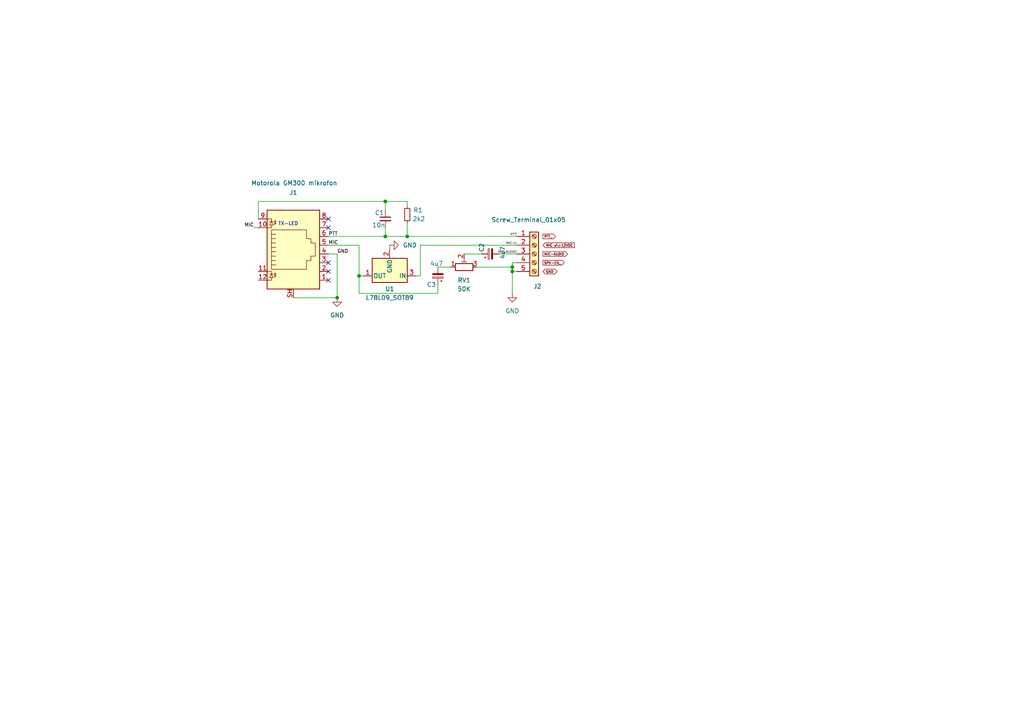
<source format=kicad_sch>
(kicad_sch
	(version 20250114)
	(generator "eeschema")
	(generator_version "9.0")
	(uuid "0919456a-eecf-4104-bbc1-21011d787cdc")
	(paper "A4")
	(title_block
		(title "Motorola MIC to CB adapter")
		(date "2026-01-16")
		(rev "V1.2")
		(company "Z32IT")
	)
	(lib_symbols
		(symbol "Connector:RJ45_LED_Shielded"
			(pin_names
				(offset 1.016)
			)
			(exclude_from_sim no)
			(in_bom yes)
			(on_board yes)
			(property "Reference" "J"
				(at -5.08 13.97 0)
				(effects
					(font
						(size 1.27 1.27)
					)
					(justify right)
				)
			)
			(property "Value" "RJ45_LED_Shielded"
				(at 1.27 13.97 0)
				(effects
					(font
						(size 1.27 1.27)
					)
					(justify left)
				)
			)
			(property "Footprint" ""
				(at 0 0.635 90)
				(effects
					(font
						(size 1.27 1.27)
					)
					(hide yes)
				)
			)
			(property "Datasheet" "~"
				(at 0 0.635 90)
				(effects
					(font
						(size 1.27 1.27)
					)
					(hide yes)
				)
			)
			(property "Description" "RJ connector, 8P8C (8 positions 8 connected), two LEDs, Shielded"
				(at 0 0 0)
				(effects
					(font
						(size 1.27 1.27)
					)
					(hide yes)
				)
			)
			(property "ki_keywords" "8P8C RJ socket jack connector led"
				(at 0 0 0)
				(effects
					(font
						(size 1.27 1.27)
					)
					(hide yes)
				)
			)
			(property "ki_fp_filters" "8P8C* RJ45*"
				(at 0 0 0)
				(effects
					(font
						(size 1.27 1.27)
					)
					(hide yes)
				)
			)
			(symbol "RJ45_LED_Shielded_0_1"
				(polyline
					(pts
						(xy -7.62 10.16) (xy -6.35 10.16)
					)
					(stroke
						(width 0)
						(type default)
					)
					(fill
						(type none)
					)
				)
				(polyline
					(pts
						(xy -7.62 7.62) (xy -6.35 7.62)
					)
					(stroke
						(width 0)
						(type default)
					)
					(fill
						(type none)
					)
				)
				(polyline
					(pts
						(xy -7.62 -5.08) (xy -6.35 -5.08)
					)
					(stroke
						(width 0)
						(type default)
					)
					(fill
						(type none)
					)
				)
				(polyline
					(pts
						(xy -7.62 -7.62) (xy -6.35 -7.62)
					)
					(stroke
						(width 0)
						(type default)
					)
					(fill
						(type none)
					)
				)
				(polyline
					(pts
						(xy -6.858 9.398) (xy -5.842 9.398)
					)
					(stroke
						(width 0)
						(type default)
					)
					(fill
						(type none)
					)
				)
				(polyline
					(pts
						(xy -6.858 -5.842) (xy -5.842 -5.842)
					)
					(stroke
						(width 0)
						(type default)
					)
					(fill
						(type none)
					)
				)
				(polyline
					(pts
						(xy -6.35 10.16) (xy -6.35 9.398)
					)
					(stroke
						(width 0)
						(type default)
					)
					(fill
						(type none)
					)
				)
				(polyline
					(pts
						(xy -6.35 9.398) (xy -6.858 8.382) (xy -5.842 8.382) (xy -6.35 9.398)
					)
					(stroke
						(width 0)
						(type default)
					)
					(fill
						(type none)
					)
				)
				(polyline
					(pts
						(xy -6.35 7.62) (xy -6.35 8.382)
					)
					(stroke
						(width 0)
						(type default)
					)
					(fill
						(type none)
					)
				)
				(polyline
					(pts
						(xy -6.35 1.905) (xy -5.08 1.905) (xy -5.08 1.905)
					)
					(stroke
						(width 0)
						(type default)
					)
					(fill
						(type none)
					)
				)
				(polyline
					(pts
						(xy -6.35 0.635) (xy -5.08 0.635) (xy -5.08 0.635)
					)
					(stroke
						(width 0)
						(type default)
					)
					(fill
						(type none)
					)
				)
				(polyline
					(pts
						(xy -6.35 -0.635) (xy -5.08 -0.635) (xy -5.08 -0.635)
					)
					(stroke
						(width 0)
						(type default)
					)
					(fill
						(type none)
					)
				)
				(polyline
					(pts
						(xy -6.35 -1.905) (xy -5.08 -1.905) (xy -5.08 -1.905)
					)
					(stroke
						(width 0)
						(type default)
					)
					(fill
						(type none)
					)
				)
				(polyline
					(pts
						(xy -6.35 -3.175) (xy -5.08 -3.175) (xy -5.08 -3.175)
					)
					(stroke
						(width 0)
						(type default)
					)
					(fill
						(type none)
					)
				)
				(polyline
					(pts
						(xy -6.35 -4.445) (xy -6.35 6.985) (xy 3.81 6.985) (xy 3.81 4.445) (xy 5.08 4.445) (xy 5.08 3.175)
						(xy 6.35 3.175) (xy 6.35 -0.635) (xy 5.08 -0.635) (xy 5.08 -1.905) (xy 3.81 -1.905) (xy 3.81 -4.445)
						(xy -6.35 -4.445) (xy -6.35 -4.445)
					)
					(stroke
						(width 0)
						(type default)
					)
					(fill
						(type none)
					)
				)
				(polyline
					(pts
						(xy -6.35 -5.08) (xy -6.35 -5.842)
					)
					(stroke
						(width 0)
						(type default)
					)
					(fill
						(type none)
					)
				)
				(polyline
					(pts
						(xy -6.35 -5.842) (xy -6.858 -6.858) (xy -5.842 -6.858) (xy -6.35 -5.842)
					)
					(stroke
						(width 0)
						(type default)
					)
					(fill
						(type none)
					)
				)
				(polyline
					(pts
						(xy -6.35 -7.62) (xy -6.35 -6.858)
					)
					(stroke
						(width 0)
						(type default)
					)
					(fill
						(type none)
					)
				)
				(polyline
					(pts
						(xy -5.588 9.144) (xy -5.08 9.652) (xy -5.461 9.525)
					)
					(stroke
						(width 0)
						(type default)
					)
					(fill
						(type none)
					)
				)
				(polyline
					(pts
						(xy -5.588 8.509) (xy -5.08 9.017) (xy -5.461 8.89)
					)
					(stroke
						(width 0)
						(type default)
					)
					(fill
						(type none)
					)
				)
				(polyline
					(pts
						(xy -5.588 -6.096) (xy -5.08 -5.588) (xy -5.461 -5.715)
					)
					(stroke
						(width 0)
						(type default)
					)
					(fill
						(type none)
					)
				)
				(polyline
					(pts
						(xy -5.588 -6.731) (xy -5.08 -6.223) (xy -5.461 -6.35)
					)
					(stroke
						(width 0)
						(type default)
					)
					(fill
						(type none)
					)
				)
				(polyline
					(pts
						(xy -5.08 9.652) (xy -5.207 9.271)
					)
					(stroke
						(width 0)
						(type default)
					)
					(fill
						(type none)
					)
				)
				(polyline
					(pts
						(xy -5.08 9.017) (xy -5.207 8.636)
					)
					(stroke
						(width 0)
						(type default)
					)
					(fill
						(type none)
					)
				)
				(polyline
					(pts
						(xy -5.08 5.715) (xy -6.35 5.715)
					)
					(stroke
						(width 0)
						(type default)
					)
					(fill
						(type none)
					)
				)
				(polyline
					(pts
						(xy -5.08 4.445) (xy -6.35 4.445)
					)
					(stroke
						(width 0)
						(type default)
					)
					(fill
						(type none)
					)
				)
				(polyline
					(pts
						(xy -5.08 3.175) (xy -6.35 3.175) (xy -6.35 3.175)
					)
					(stroke
						(width 0)
						(type default)
					)
					(fill
						(type none)
					)
				)
				(polyline
					(pts
						(xy -5.08 -5.588) (xy -5.207 -5.969)
					)
					(stroke
						(width 0)
						(type default)
					)
					(fill
						(type none)
					)
				)
				(polyline
					(pts
						(xy -5.08 -6.223) (xy -5.207 -6.604)
					)
					(stroke
						(width 0)
						(type default)
					)
					(fill
						(type none)
					)
				)
				(rectangle
					(start 7.62 12.7)
					(end -7.62 -10.16)
					(stroke
						(width 0.254)
						(type default)
					)
					(fill
						(type background)
					)
				)
			)
			(symbol "RJ45_LED_Shielded_1_1"
				(pin passive line
					(at -10.16 10.16 0)
					(length 2.54)
					(name "~"
						(effects
							(font
								(size 1.27 1.27)
							)
						)
					)
					(number "9"
						(effects
							(font
								(size 1.27 1.27)
							)
						)
					)
				)
				(pin passive line
					(at -10.16 7.62 0)
					(length 2.54)
					(name "~"
						(effects
							(font
								(size 1.27 1.27)
							)
						)
					)
					(number "10"
						(effects
							(font
								(size 1.27 1.27)
							)
						)
					)
				)
				(pin passive line
					(at -10.16 -5.08 0)
					(length 2.54)
					(name "~"
						(effects
							(font
								(size 1.27 1.27)
							)
						)
					)
					(number "11"
						(effects
							(font
								(size 1.27 1.27)
							)
						)
					)
				)
				(pin passive line
					(at -10.16 -7.62 0)
					(length 2.54)
					(name "~"
						(effects
							(font
								(size 1.27 1.27)
							)
						)
					)
					(number "12"
						(effects
							(font
								(size 1.27 1.27)
							)
						)
					)
				)
				(pin passive line
					(at 0 -12.7 90)
					(length 2.54)
					(name "~"
						(effects
							(font
								(size 1.27 1.27)
							)
						)
					)
					(number "SH"
						(effects
							(font
								(size 1.27 1.27)
							)
						)
					)
				)
				(pin passive line
					(at 10.16 10.16 180)
					(length 2.54)
					(name "~"
						(effects
							(font
								(size 1.27 1.27)
							)
						)
					)
					(number "8"
						(effects
							(font
								(size 1.27 1.27)
							)
						)
					)
				)
				(pin passive line
					(at 10.16 7.62 180)
					(length 2.54)
					(name "~"
						(effects
							(font
								(size 1.27 1.27)
							)
						)
					)
					(number "7"
						(effects
							(font
								(size 1.27 1.27)
							)
						)
					)
				)
				(pin passive line
					(at 10.16 5.08 180)
					(length 2.54)
					(name "~"
						(effects
							(font
								(size 1.27 1.27)
							)
						)
					)
					(number "6"
						(effects
							(font
								(size 1.27 1.27)
							)
						)
					)
				)
				(pin passive line
					(at 10.16 2.54 180)
					(length 2.54)
					(name "~"
						(effects
							(font
								(size 1.27 1.27)
							)
						)
					)
					(number "5"
						(effects
							(font
								(size 1.27 1.27)
							)
						)
					)
				)
				(pin passive line
					(at 10.16 0 180)
					(length 2.54)
					(name "~"
						(effects
							(font
								(size 1.27 1.27)
							)
						)
					)
					(number "4"
						(effects
							(font
								(size 1.27 1.27)
							)
						)
					)
				)
				(pin passive line
					(at 10.16 -2.54 180)
					(length 2.54)
					(name "~"
						(effects
							(font
								(size 1.27 1.27)
							)
						)
					)
					(number "3"
						(effects
							(font
								(size 1.27 1.27)
							)
						)
					)
				)
				(pin passive line
					(at 10.16 -5.08 180)
					(length 2.54)
					(name "~"
						(effects
							(font
								(size 1.27 1.27)
							)
						)
					)
					(number "2"
						(effects
							(font
								(size 1.27 1.27)
							)
						)
					)
				)
				(pin passive line
					(at 10.16 -7.62 180)
					(length 2.54)
					(name "~"
						(effects
							(font
								(size 1.27 1.27)
							)
						)
					)
					(number "1"
						(effects
							(font
								(size 1.27 1.27)
							)
						)
					)
				)
			)
			(embedded_fonts no)
		)
		(symbol "Connector:Screw_Terminal_01x05"
			(pin_names
				(offset 1.016)
				(hide yes)
			)
			(exclude_from_sim no)
			(in_bom yes)
			(on_board yes)
			(property "Reference" "J"
				(at 0 7.62 0)
				(effects
					(font
						(size 1.27 1.27)
					)
				)
			)
			(property "Value" "Screw_Terminal_01x05"
				(at 0 -7.62 0)
				(effects
					(font
						(size 1.27 1.27)
					)
				)
			)
			(property "Footprint" ""
				(at 0 0 0)
				(effects
					(font
						(size 1.27 1.27)
					)
					(hide yes)
				)
			)
			(property "Datasheet" "~"
				(at 0 0 0)
				(effects
					(font
						(size 1.27 1.27)
					)
					(hide yes)
				)
			)
			(property "Description" "Generic screw terminal, single row, 01x05, script generated (kicad-library-utils/schlib/autogen/connector/)"
				(at 0 0 0)
				(effects
					(font
						(size 1.27 1.27)
					)
					(hide yes)
				)
			)
			(property "ki_keywords" "screw terminal"
				(at 0 0 0)
				(effects
					(font
						(size 1.27 1.27)
					)
					(hide yes)
				)
			)
			(property "ki_fp_filters" "TerminalBlock*:*"
				(at 0 0 0)
				(effects
					(font
						(size 1.27 1.27)
					)
					(hide yes)
				)
			)
			(symbol "Screw_Terminal_01x05_1_1"
				(rectangle
					(start -1.27 6.35)
					(end 1.27 -6.35)
					(stroke
						(width 0.254)
						(type default)
					)
					(fill
						(type background)
					)
				)
				(polyline
					(pts
						(xy -0.5334 5.4102) (xy 0.3302 4.572)
					)
					(stroke
						(width 0.1524)
						(type default)
					)
					(fill
						(type none)
					)
				)
				(polyline
					(pts
						(xy -0.5334 2.8702) (xy 0.3302 2.032)
					)
					(stroke
						(width 0.1524)
						(type default)
					)
					(fill
						(type none)
					)
				)
				(polyline
					(pts
						(xy -0.5334 0.3302) (xy 0.3302 -0.508)
					)
					(stroke
						(width 0.1524)
						(type default)
					)
					(fill
						(type none)
					)
				)
				(polyline
					(pts
						(xy -0.5334 -2.2098) (xy 0.3302 -3.048)
					)
					(stroke
						(width 0.1524)
						(type default)
					)
					(fill
						(type none)
					)
				)
				(polyline
					(pts
						(xy -0.5334 -4.7498) (xy 0.3302 -5.588)
					)
					(stroke
						(width 0.1524)
						(type default)
					)
					(fill
						(type none)
					)
				)
				(polyline
					(pts
						(xy -0.3556 5.588) (xy 0.508 4.7498)
					)
					(stroke
						(width 0.1524)
						(type default)
					)
					(fill
						(type none)
					)
				)
				(polyline
					(pts
						(xy -0.3556 3.048) (xy 0.508 2.2098)
					)
					(stroke
						(width 0.1524)
						(type default)
					)
					(fill
						(type none)
					)
				)
				(polyline
					(pts
						(xy -0.3556 0.508) (xy 0.508 -0.3302)
					)
					(stroke
						(width 0.1524)
						(type default)
					)
					(fill
						(type none)
					)
				)
				(polyline
					(pts
						(xy -0.3556 -2.032) (xy 0.508 -2.8702)
					)
					(stroke
						(width 0.1524)
						(type default)
					)
					(fill
						(type none)
					)
				)
				(polyline
					(pts
						(xy -0.3556 -4.572) (xy 0.508 -5.4102)
					)
					(stroke
						(width 0.1524)
						(type default)
					)
					(fill
						(type none)
					)
				)
				(circle
					(center 0 5.08)
					(radius 0.635)
					(stroke
						(width 0.1524)
						(type default)
					)
					(fill
						(type none)
					)
				)
				(circle
					(center 0 2.54)
					(radius 0.635)
					(stroke
						(width 0.1524)
						(type default)
					)
					(fill
						(type none)
					)
				)
				(circle
					(center 0 0)
					(radius 0.635)
					(stroke
						(width 0.1524)
						(type default)
					)
					(fill
						(type none)
					)
				)
				(circle
					(center 0 -2.54)
					(radius 0.635)
					(stroke
						(width 0.1524)
						(type default)
					)
					(fill
						(type none)
					)
				)
				(circle
					(center 0 -5.08)
					(radius 0.635)
					(stroke
						(width 0.1524)
						(type default)
					)
					(fill
						(type none)
					)
				)
				(pin passive line
					(at -5.08 5.08 0)
					(length 3.81)
					(name "Pin_1"
						(effects
							(font
								(size 1.27 1.27)
							)
						)
					)
					(number "1"
						(effects
							(font
								(size 1.27 1.27)
							)
						)
					)
				)
				(pin passive line
					(at -5.08 2.54 0)
					(length 3.81)
					(name "Pin_2"
						(effects
							(font
								(size 1.27 1.27)
							)
						)
					)
					(number "2"
						(effects
							(font
								(size 1.27 1.27)
							)
						)
					)
				)
				(pin passive line
					(at -5.08 0 0)
					(length 3.81)
					(name "Pin_3"
						(effects
							(font
								(size 1.27 1.27)
							)
						)
					)
					(number "3"
						(effects
							(font
								(size 1.27 1.27)
							)
						)
					)
				)
				(pin passive line
					(at -5.08 -2.54 0)
					(length 3.81)
					(name "Pin_4"
						(effects
							(font
								(size 1.27 1.27)
							)
						)
					)
					(number "4"
						(effects
							(font
								(size 1.27 1.27)
							)
						)
					)
				)
				(pin passive line
					(at -5.08 -5.08 0)
					(length 3.81)
					(name "Pin_5"
						(effects
							(font
								(size 1.27 1.27)
							)
						)
					)
					(number "5"
						(effects
							(font
								(size 1.27 1.27)
							)
						)
					)
				)
			)
			(embedded_fonts no)
		)
		(symbol "Device:C_Polarized_Small"
			(pin_numbers
				(hide yes)
			)
			(pin_names
				(offset 0.254)
				(hide yes)
			)
			(exclude_from_sim no)
			(in_bom yes)
			(on_board yes)
			(property "Reference" "C"
				(at 0.254 1.778 0)
				(effects
					(font
						(size 1.27 1.27)
					)
					(justify left)
				)
			)
			(property "Value" "C_Polarized_Small"
				(at 0.254 -2.032 0)
				(effects
					(font
						(size 1.27 1.27)
					)
					(justify left)
				)
			)
			(property "Footprint" ""
				(at 0 0 0)
				(effects
					(font
						(size 1.27 1.27)
					)
					(hide yes)
				)
			)
			(property "Datasheet" "~"
				(at 0 0 0)
				(effects
					(font
						(size 1.27 1.27)
					)
					(hide yes)
				)
			)
			(property "Description" "Polarized capacitor, small symbol"
				(at 0 0 0)
				(effects
					(font
						(size 1.27 1.27)
					)
					(hide yes)
				)
			)
			(property "ki_keywords" "cap capacitor"
				(at 0 0 0)
				(effects
					(font
						(size 1.27 1.27)
					)
					(hide yes)
				)
			)
			(property "ki_fp_filters" "CP_*"
				(at 0 0 0)
				(effects
					(font
						(size 1.27 1.27)
					)
					(hide yes)
				)
			)
			(symbol "C_Polarized_Small_0_1"
				(rectangle
					(start -1.524 0.6858)
					(end 1.524 0.3048)
					(stroke
						(width 0)
						(type default)
					)
					(fill
						(type none)
					)
				)
				(rectangle
					(start -1.524 -0.3048)
					(end 1.524 -0.6858)
					(stroke
						(width 0)
						(type default)
					)
					(fill
						(type outline)
					)
				)
				(polyline
					(pts
						(xy -1.27 1.524) (xy -0.762 1.524)
					)
					(stroke
						(width 0)
						(type default)
					)
					(fill
						(type none)
					)
				)
				(polyline
					(pts
						(xy -1.016 1.27) (xy -1.016 1.778)
					)
					(stroke
						(width 0)
						(type default)
					)
					(fill
						(type none)
					)
				)
			)
			(symbol "C_Polarized_Small_1_1"
				(pin passive line
					(at 0 2.54 270)
					(length 1.8542)
					(name "~"
						(effects
							(font
								(size 1.27 1.27)
							)
						)
					)
					(number "1"
						(effects
							(font
								(size 1.27 1.27)
							)
						)
					)
				)
				(pin passive line
					(at 0 -2.54 90)
					(length 1.8542)
					(name "~"
						(effects
							(font
								(size 1.27 1.27)
							)
						)
					)
					(number "2"
						(effects
							(font
								(size 1.27 1.27)
							)
						)
					)
				)
			)
			(embedded_fonts no)
		)
		(symbol "Device:C_Small"
			(pin_numbers
				(hide yes)
			)
			(pin_names
				(offset 0.254)
				(hide yes)
			)
			(exclude_from_sim no)
			(in_bom yes)
			(on_board yes)
			(property "Reference" "C"
				(at 0.254 1.778 0)
				(effects
					(font
						(size 1.27 1.27)
					)
					(justify left)
				)
			)
			(property "Value" "C_Small"
				(at 0.254 -2.032 0)
				(effects
					(font
						(size 1.27 1.27)
					)
					(justify left)
				)
			)
			(property "Footprint" ""
				(at 0 0 0)
				(effects
					(font
						(size 1.27 1.27)
					)
					(hide yes)
				)
			)
			(property "Datasheet" "~"
				(at 0 0 0)
				(effects
					(font
						(size 1.27 1.27)
					)
					(hide yes)
				)
			)
			(property "Description" "Unpolarized capacitor, small symbol"
				(at 0 0 0)
				(effects
					(font
						(size 1.27 1.27)
					)
					(hide yes)
				)
			)
			(property "ki_keywords" "capacitor cap"
				(at 0 0 0)
				(effects
					(font
						(size 1.27 1.27)
					)
					(hide yes)
				)
			)
			(property "ki_fp_filters" "C_*"
				(at 0 0 0)
				(effects
					(font
						(size 1.27 1.27)
					)
					(hide yes)
				)
			)
			(symbol "C_Small_0_1"
				(polyline
					(pts
						(xy -1.524 0.508) (xy 1.524 0.508)
					)
					(stroke
						(width 0.3048)
						(type default)
					)
					(fill
						(type none)
					)
				)
				(polyline
					(pts
						(xy -1.524 -0.508) (xy 1.524 -0.508)
					)
					(stroke
						(width 0.3302)
						(type default)
					)
					(fill
						(type none)
					)
				)
			)
			(symbol "C_Small_1_1"
				(pin passive line
					(at 0 2.54 270)
					(length 2.032)
					(name "~"
						(effects
							(font
								(size 1.27 1.27)
							)
						)
					)
					(number "1"
						(effects
							(font
								(size 1.27 1.27)
							)
						)
					)
				)
				(pin passive line
					(at 0 -2.54 90)
					(length 2.032)
					(name "~"
						(effects
							(font
								(size 1.27 1.27)
							)
						)
					)
					(number "2"
						(effects
							(font
								(size 1.27 1.27)
							)
						)
					)
				)
			)
			(embedded_fonts no)
		)
		(symbol "Device:R_Potentiometer_Trim"
			(pin_names
				(offset 1.016)
				(hide yes)
			)
			(exclude_from_sim no)
			(in_bom yes)
			(on_board yes)
			(property "Reference" "RV"
				(at -4.445 0 90)
				(effects
					(font
						(size 1.27 1.27)
					)
				)
			)
			(property "Value" "R_Potentiometer_Trim"
				(at -2.54 0 90)
				(effects
					(font
						(size 1.27 1.27)
					)
				)
			)
			(property "Footprint" ""
				(at 0 0 0)
				(effects
					(font
						(size 1.27 1.27)
					)
					(hide yes)
				)
			)
			(property "Datasheet" "~"
				(at 0 0 0)
				(effects
					(font
						(size 1.27 1.27)
					)
					(hide yes)
				)
			)
			(property "Description" "Trim-potentiometer"
				(at 0 0 0)
				(effects
					(font
						(size 1.27 1.27)
					)
					(hide yes)
				)
			)
			(property "ki_keywords" "resistor variable trimpot trimmer"
				(at 0 0 0)
				(effects
					(font
						(size 1.27 1.27)
					)
					(hide yes)
				)
			)
			(property "ki_fp_filters" "Potentiometer*"
				(at 0 0 0)
				(effects
					(font
						(size 1.27 1.27)
					)
					(hide yes)
				)
			)
			(symbol "R_Potentiometer_Trim_0_1"
				(rectangle
					(start 1.016 2.54)
					(end -1.016 -2.54)
					(stroke
						(width 0.254)
						(type default)
					)
					(fill
						(type none)
					)
				)
				(polyline
					(pts
						(xy 1.524 0.762) (xy 1.524 -0.762)
					)
					(stroke
						(width 0)
						(type default)
					)
					(fill
						(type none)
					)
				)
				(polyline
					(pts
						(xy 2.54 0) (xy 1.524 0)
					)
					(stroke
						(width 0)
						(type default)
					)
					(fill
						(type none)
					)
				)
			)
			(symbol "R_Potentiometer_Trim_1_1"
				(pin passive line
					(at 0 3.81 270)
					(length 1.27)
					(name "1"
						(effects
							(font
								(size 1.27 1.27)
							)
						)
					)
					(number "1"
						(effects
							(font
								(size 1.27 1.27)
							)
						)
					)
				)
				(pin passive line
					(at 0 -3.81 90)
					(length 1.27)
					(name "3"
						(effects
							(font
								(size 1.27 1.27)
							)
						)
					)
					(number "3"
						(effects
							(font
								(size 1.27 1.27)
							)
						)
					)
				)
				(pin passive line
					(at 3.81 0 180)
					(length 1.27)
					(name "2"
						(effects
							(font
								(size 1.27 1.27)
							)
						)
					)
					(number "2"
						(effects
							(font
								(size 1.27 1.27)
							)
						)
					)
				)
			)
			(embedded_fonts no)
		)
		(symbol "Device:R_Small"
			(pin_numbers
				(hide yes)
			)
			(pin_names
				(offset 0.254)
				(hide yes)
			)
			(exclude_from_sim no)
			(in_bom yes)
			(on_board yes)
			(property "Reference" "R"
				(at 0.762 0.508 0)
				(effects
					(font
						(size 1.27 1.27)
					)
					(justify left)
				)
			)
			(property "Value" "R_Small"
				(at 0.762 -1.016 0)
				(effects
					(font
						(size 1.27 1.27)
					)
					(justify left)
				)
			)
			(property "Footprint" ""
				(at 0 0 0)
				(effects
					(font
						(size 1.27 1.27)
					)
					(hide yes)
				)
			)
			(property "Datasheet" "~"
				(at 0 0 0)
				(effects
					(font
						(size 1.27 1.27)
					)
					(hide yes)
				)
			)
			(property "Description" "Resistor, small symbol"
				(at 0 0 0)
				(effects
					(font
						(size 1.27 1.27)
					)
					(hide yes)
				)
			)
			(property "ki_keywords" "R resistor"
				(at 0 0 0)
				(effects
					(font
						(size 1.27 1.27)
					)
					(hide yes)
				)
			)
			(property "ki_fp_filters" "R_*"
				(at 0 0 0)
				(effects
					(font
						(size 1.27 1.27)
					)
					(hide yes)
				)
			)
			(symbol "R_Small_0_1"
				(rectangle
					(start -0.762 1.778)
					(end 0.762 -1.778)
					(stroke
						(width 0.2032)
						(type default)
					)
					(fill
						(type none)
					)
				)
			)
			(symbol "R_Small_1_1"
				(pin passive line
					(at 0 2.54 270)
					(length 0.762)
					(name "~"
						(effects
							(font
								(size 1.27 1.27)
							)
						)
					)
					(number "1"
						(effects
							(font
								(size 1.27 1.27)
							)
						)
					)
				)
				(pin passive line
					(at 0 -2.54 90)
					(length 0.762)
					(name "~"
						(effects
							(font
								(size 1.27 1.27)
							)
						)
					)
					(number "2"
						(effects
							(font
								(size 1.27 1.27)
							)
						)
					)
				)
			)
			(embedded_fonts no)
		)
		(symbol "Regulator_Linear:L78L09_SOT89"
			(pin_names
				(offset 0.254)
			)
			(exclude_from_sim no)
			(in_bom yes)
			(on_board yes)
			(property "Reference" "U"
				(at -3.81 3.175 0)
				(effects
					(font
						(size 1.27 1.27)
					)
				)
			)
			(property "Value" "L78L09_SOT89"
				(at -0.635 3.175 0)
				(effects
					(font
						(size 1.27 1.27)
					)
					(justify left)
				)
			)
			(property "Footprint" "Package_TO_SOT_SMD:SOT-89-3"
				(at 0 5.08 0)
				(effects
					(font
						(size 1.27 1.27)
						(italic yes)
					)
					(hide yes)
				)
			)
			(property "Datasheet" "http://www.st.com/content/ccc/resource/technical/document/datasheet/15/55/e5/aa/23/5b/43/fd/CD00000446.pdf/files/CD00000446.pdf/jcr:content/translations/en.CD00000446.pdf"
				(at 0 -1.27 0)
				(effects
					(font
						(size 1.27 1.27)
					)
					(hide yes)
				)
			)
			(property "Description" "Positive 100mA 30V Linear Regulator, Fixed Output 9V, SOT-89"
				(at 0 0 0)
				(effects
					(font
						(size 1.27 1.27)
					)
					(hide yes)
				)
			)
			(property "ki_keywords" "Voltage Regulator 100mA Positive"
				(at 0 0 0)
				(effects
					(font
						(size 1.27 1.27)
					)
					(hide yes)
				)
			)
			(property "ki_fp_filters" "SOT?89*"
				(at 0 0 0)
				(effects
					(font
						(size 1.27 1.27)
					)
					(hide yes)
				)
			)
			(symbol "L78L09_SOT89_0_1"
				(rectangle
					(start -5.08 1.905)
					(end 5.08 -5.08)
					(stroke
						(width 0.254)
						(type default)
					)
					(fill
						(type background)
					)
				)
			)
			(symbol "L78L09_SOT89_1_1"
				(pin power_in line
					(at -7.62 0 0)
					(length 2.54)
					(name "IN"
						(effects
							(font
								(size 1.27 1.27)
							)
						)
					)
					(number "3"
						(effects
							(font
								(size 1.27 1.27)
							)
						)
					)
				)
				(pin power_in line
					(at 0 -7.62 90)
					(length 2.54)
					(name "GND"
						(effects
							(font
								(size 1.27 1.27)
							)
						)
					)
					(number "2"
						(effects
							(font
								(size 1.27 1.27)
							)
						)
					)
				)
				(pin power_out line
					(at 7.62 0 180)
					(length 2.54)
					(name "OUT"
						(effects
							(font
								(size 1.27 1.27)
							)
						)
					)
					(number "1"
						(effects
							(font
								(size 1.27 1.27)
							)
						)
					)
				)
			)
			(embedded_fonts no)
		)
		(symbol "power:GND"
			(power)
			(pin_numbers
				(hide yes)
			)
			(pin_names
				(offset 0)
				(hide yes)
			)
			(exclude_from_sim no)
			(in_bom yes)
			(on_board yes)
			(property "Reference" "#PWR"
				(at 0 -6.35 0)
				(effects
					(font
						(size 1.27 1.27)
					)
					(hide yes)
				)
			)
			(property "Value" "GND"
				(at 0 -3.81 0)
				(effects
					(font
						(size 1.27 1.27)
					)
				)
			)
			(property "Footprint" ""
				(at 0 0 0)
				(effects
					(font
						(size 1.27 1.27)
					)
					(hide yes)
				)
			)
			(property "Datasheet" ""
				(at 0 0 0)
				(effects
					(font
						(size 1.27 1.27)
					)
					(hide yes)
				)
			)
			(property "Description" "Power symbol creates a global label with name \"GND\" , ground"
				(at 0 0 0)
				(effects
					(font
						(size 1.27 1.27)
					)
					(hide yes)
				)
			)
			(property "ki_keywords" "global power"
				(at 0 0 0)
				(effects
					(font
						(size 1.27 1.27)
					)
					(hide yes)
				)
			)
			(symbol "GND_0_1"
				(polyline
					(pts
						(xy 0 0) (xy 0 -1.27) (xy 1.27 -1.27) (xy 0 -2.54) (xy -1.27 -1.27) (xy 0 -1.27)
					)
					(stroke
						(width 0)
						(type default)
					)
					(fill
						(type none)
					)
				)
			)
			(symbol "GND_1_1"
				(pin power_in line
					(at 0 0 270)
					(length 0)
					(name "~"
						(effects
							(font
								(size 1.27 1.27)
							)
						)
					)
					(number "1"
						(effects
							(font
								(size 1.27 1.27)
							)
						)
					)
				)
			)
			(embedded_fonts no)
		)
	)
	(text "TX-LED"
		(exclude_from_sim no)
		(at 83.566 65.024 0)
		(effects
			(font
				(size 1 1)
			)
		)
		(uuid "3c573a9f-d1c6-447c-b56c-2c6e05878ae8")
	)
	(junction
		(at 111.76 58.42)
		(diameter 0)
		(color 0 0 0 0)
		(uuid "0f4162b1-d5e6-4fdb-9369-72a9d3379447")
	)
	(junction
		(at 148.59 77.47)
		(diameter 0)
		(color 0 0 0 0)
		(uuid "1b4f372b-67b5-484f-8f42-d9675f9198b2")
	)
	(junction
		(at 97.79 86.36)
		(diameter 0)
		(color 0 0 0 0)
		(uuid "4126f8db-6cbb-4b2f-90d6-e783c90e4287")
	)
	(junction
		(at 148.59 78.74)
		(diameter 0)
		(color 0 0 0 0)
		(uuid "6bcd0620-8128-45aa-8699-75841c4d4ae2")
	)
	(junction
		(at 118.11 68.58)
		(diameter 0)
		(color 0 0 0 0)
		(uuid "9c8527d1-10e2-4d1d-b493-69899f1217d2")
	)
	(junction
		(at 111.76 68.58)
		(diameter 0)
		(color 0 0 0 0)
		(uuid "c0e55c3d-40e7-4f92-b31c-cbcdda9b5207")
	)
	(junction
		(at 104.14 80.01)
		(diameter 0)
		(color 0 0 0 0)
		(uuid "c51c9479-0339-413c-888f-6fedb4208fb5")
	)
	(no_connect
		(at 95.25 78.74)
		(uuid "27d0249b-39c5-4c46-b551-3f399842ecd1")
	)
	(no_connect
		(at 95.25 63.5)
		(uuid "3377b66b-3a74-4a9b-8ac1-f7725342e3bf")
	)
	(no_connect
		(at 95.25 66.04)
		(uuid "4c481739-0bdf-43a6-8eab-01de22592e68")
	)
	(no_connect
		(at 95.25 81.28)
		(uuid "55a24cca-d990-4539-bcbd-10da792f0499")
	)
	(no_connect
		(at 95.25 76.2)
		(uuid "7a8024e2-725b-4e81-b6ab-87a7f83515e6")
	)
	(wire
		(pts
			(xy 111.76 58.42) (xy 118.11 58.42)
		)
		(stroke
			(width 0)
			(type default)
		)
		(uuid "05d835db-8621-4460-ad0e-bcc17a100cff")
	)
	(wire
		(pts
			(xy 148.59 78.74) (xy 148.59 85.09)
		)
		(stroke
			(width 0)
			(type default)
		)
		(uuid "0746bc33-e9f7-4308-8a10-f6b78ee1233c")
	)
	(wire
		(pts
			(xy 121.92 80.01) (xy 120.65 80.01)
		)
		(stroke
			(width 0)
			(type default)
		)
		(uuid "08382bae-2255-424e-a692-077931bdbdf7")
	)
	(wire
		(pts
			(xy 104.14 80.01) (xy 104.14 71.12)
		)
		(stroke
			(width 0)
			(type default)
		)
		(uuid "158a9f79-e714-4ae5-bd11-b79411fda9b5")
	)
	(wire
		(pts
			(xy 104.14 80.01) (xy 105.41 80.01)
		)
		(stroke
			(width 0)
			(type default)
		)
		(uuid "176bdfea-211e-432b-9999-c3fbbec4ef0a")
	)
	(wire
		(pts
			(xy 113.03 71.12) (xy 113.03 72.39)
		)
		(stroke
			(width 0)
			(type default)
		)
		(uuid "210843a5-336b-4d76-8efc-eb9cae602eb6")
	)
	(wire
		(pts
			(xy 121.92 71.12) (xy 149.86 71.12)
		)
		(stroke
			(width 0)
			(type default)
		)
		(uuid "2927960d-35cc-4cc6-901d-a3622da096b8")
	)
	(wire
		(pts
			(xy 74.93 58.42) (xy 111.76 58.42)
		)
		(stroke
			(width 0)
			(type default)
		)
		(uuid "2e3d46ba-9a72-4017-9328-419716936566")
	)
	(wire
		(pts
			(xy 118.11 58.42) (xy 118.11 59.69)
		)
		(stroke
			(width 0)
			(type default)
		)
		(uuid "3797b98d-ba24-4f06-9459-50fc86306f0b")
	)
	(wire
		(pts
			(xy 138.43 77.47) (xy 148.59 77.47)
		)
		(stroke
			(width 0)
			(type default)
		)
		(uuid "51cc9783-44b8-43aa-84f2-997d6820965e")
	)
	(wire
		(pts
			(xy 104.14 71.12) (xy 95.25 71.12)
		)
		(stroke
			(width 0)
			(type default)
		)
		(uuid "547216f8-07da-47fd-953e-841c82d7aab1")
	)
	(wire
		(pts
			(xy 127 77.47) (xy 130.81 77.47)
		)
		(stroke
			(width 0)
			(type default)
		)
		(uuid "569c3697-c278-4988-be07-153f28618080")
	)
	(wire
		(pts
			(xy 111.76 58.42) (xy 111.76 60.96)
		)
		(stroke
			(width 0)
			(type default)
		)
		(uuid "63034405-f232-43e8-87c9-3731fb14b854")
	)
	(wire
		(pts
			(xy 127 82.55) (xy 127 85.09)
		)
		(stroke
			(width 0)
			(type default)
		)
		(uuid "637eb676-3db6-4aeb-b2f6-71adbaad291c")
	)
	(wire
		(pts
			(xy 149.86 76.2) (xy 148.59 76.2)
		)
		(stroke
			(width 0)
			(type default)
		)
		(uuid "63910666-2173-4ef2-b969-d97824d9964c")
	)
	(wire
		(pts
			(xy 118.11 68.58) (xy 149.86 68.58)
		)
		(stroke
			(width 0)
			(type default)
		)
		(uuid "64d5a176-117d-431c-8869-b06a9c874209")
	)
	(wire
		(pts
			(xy 111.76 66.04) (xy 111.76 68.58)
		)
		(stroke
			(width 0)
			(type default)
		)
		(uuid "679ec9a2-a044-40a2-ba6d-9fdf21e012ca")
	)
	(wire
		(pts
			(xy 111.76 68.58) (xy 118.11 68.58)
		)
		(stroke
			(width 0)
			(type default)
		)
		(uuid "68cab786-cf83-4949-90c3-ab6872b6ac8e")
	)
	(wire
		(pts
			(xy 85.09 86.36) (xy 97.79 86.36)
		)
		(stroke
			(width 0)
			(type default)
		)
		(uuid "73105fbd-429c-40f5-963a-3f80688d76f2")
	)
	(wire
		(pts
			(xy 121.92 80.01) (xy 121.92 71.12)
		)
		(stroke
			(width 0)
			(type default)
		)
		(uuid "7ceb8c73-847a-4b3f-9f64-e19b4421dbf9")
	)
	(wire
		(pts
			(xy 148.59 78.74) (xy 149.86 78.74)
		)
		(stroke
			(width 0)
			(type default)
		)
		(uuid "8bbf1964-71b5-41c1-a6ef-5b4cda39f309")
	)
	(wire
		(pts
			(xy 148.59 76.2) (xy 148.59 77.47)
		)
		(stroke
			(width 0)
			(type default)
		)
		(uuid "967ccd04-b397-494d-bcb7-7929aa9a19f0")
	)
	(wire
		(pts
			(xy 97.79 73.66) (xy 97.79 86.36)
		)
		(stroke
			(width 0)
			(type default)
		)
		(uuid "98245d00-ed18-4951-a019-1749f97f8fdc")
	)
	(wire
		(pts
			(xy 95.25 68.58) (xy 111.76 68.58)
		)
		(stroke
			(width 0)
			(type default)
		)
		(uuid "9a92eecf-c86d-4190-a20c-aadc0f4a2251")
	)
	(wire
		(pts
			(xy 144.78 73.66) (xy 149.86 73.66)
		)
		(stroke
			(width 0)
			(type default)
		)
		(uuid "a0ed830d-6290-4ac6-a432-5113020de691")
	)
	(wire
		(pts
			(xy 134.62 73.66) (xy 139.7 73.66)
		)
		(stroke
			(width 0)
			(type default)
		)
		(uuid "a415a6ac-94d2-4ce4-84c6-2250cb6922aa")
	)
	(wire
		(pts
			(xy 74.93 63.5) (xy 74.93 58.42)
		)
		(stroke
			(width 0)
			(type default)
		)
		(uuid "acbd6c3d-3a24-4b69-85c0-f9b322ee40f1")
	)
	(wire
		(pts
			(xy 73.66 66.04) (xy 74.93 66.04)
		)
		(stroke
			(width 0)
			(type default)
		)
		(uuid "b656421f-8d44-4935-a9e7-53ebf88dead7")
	)
	(wire
		(pts
			(xy 148.59 77.47) (xy 148.59 78.74)
		)
		(stroke
			(width 0)
			(type default)
		)
		(uuid "c3416aed-a8bb-4036-9f0c-11b3eecbd4f8")
	)
	(wire
		(pts
			(xy 118.11 64.77) (xy 118.11 68.58)
		)
		(stroke
			(width 0)
			(type default)
		)
		(uuid "daab1c00-e51a-4cb6-8471-cf1a7b3ec679")
	)
	(wire
		(pts
			(xy 97.79 73.66) (xy 95.25 73.66)
		)
		(stroke
			(width 0)
			(type default)
		)
		(uuid "eae654fb-54ca-4550-b170-b46226017f0e")
	)
	(wire
		(pts
			(xy 104.14 85.09) (xy 104.14 80.01)
		)
		(stroke
			(width 0)
			(type default)
		)
		(uuid "f124bed6-099f-4198-b47f-6de0e94c51a6")
	)
	(wire
		(pts
			(xy 127 85.09) (xy 104.14 85.09)
		)
		(stroke
			(width 0)
			(type default)
		)
		(uuid "f2405c58-7962-4123-8176-c7f42824db08")
	)
	(label "MIC"
		(at 73.66 66.04 180)
		(effects
			(font
				(size 1 1)
			)
			(justify right bottom)
		)
		(uuid "1d86ff1e-e902-4ca7-ba50-a2df7b070be9")
	)
	(label "PTT"
		(at 95.25 68.58 0)
		(effects
			(font
				(size 1 1)
			)
			(justify left bottom)
		)
		(uuid "2389950c-83d3-46c2-aab7-55ea81c73a52")
	)
	(label "MIC"
		(at 95.25 71.12 0)
		(effects
			(font
				(size 1 1)
			)
			(justify left bottom)
		)
		(uuid "535b9a3a-4e1d-47a2-826a-92724cef5dec")
	)
	(label "MIC-AUDIO"
		(at 149.86 73.66 180)
		(effects
			(font
				(face "Arial")
				(size 0.7 0.7)
			)
			(justify right bottom)
		)
		(uuid "575e9108-efa2-4f19-b96f-2b44d05f5786")
	)
	(label "GND"
		(at 97.79 73.66 0)
		(effects
			(font
				(size 1 1)
			)
			(justify left bottom)
		)
		(uuid "9baeee1d-7666-466f-ad48-5d80d3ecc51b")
	)
	(label "MIC-in"
		(at 149.86 71.12 180)
		(effects
			(font
				(face "Arial")
				(size 0.7 0.7)
			)
			(justify right bottom)
		)
		(uuid "aa8a5dc4-74d8-4571-8856-c93ea7061d41")
	)
	(label "PTT"
		(at 149.86 68.58 180)
		(effects
			(font
				(face "Arial")
				(size 0.7 0.7)
			)
			(justify right bottom)
		)
		(uuid "dea1ee29-c5a9-41ca-b2db-5286154576e8")
	)
	(global_label "SPK-EN_"
		(shape output)
		(at 157.48 76.2 0)
		(fields_autoplaced yes)
		(effects
			(font
				(size 0.7 0.7)
			)
			(justify left)
		)
		(uuid "061b3405-6cbc-47e9-a21e-ebf8e3a82549")
		(property "Intersheetrefs" "${INTERSHEET_REFS}"
			(at 163.9586 76.2 0)
			(effects
				(font
					(size 1.27 1.27)
				)
				(justify left)
				(hide yes)
			)
		)
	)
	(global_label "MIC w\\+12VDC"
		(shape input)
		(at 157.48 71.12 0)
		(fields_autoplaced yes)
		(effects
			(font
				(size 0.7 0.7)
			)
			(justify left)
		)
		(uuid "813daf7f-6977-4141-8ab2-cba0a0f9915c")
		(property "Intersheetrefs" "${INTERSHEET_REFS}"
			(at 166.892 71.12 0)
			(effects
				(font
					(size 1.27 1.27)
				)
				(justify left)
				(hide yes)
			)
		)
	)
	(global_label "GND"
		(shape bidirectional)
		(at 157.48 78.74 0)
		(fields_autoplaced yes)
		(effects
			(font
				(size 0.7 0.7)
			)
			(justify left)
		)
		(uuid "8b713318-fba6-47e5-b1cc-e3195cc3900e")
		(property "Intersheetrefs" "${INTERSHEET_REFS}"
			(at 161.8711 78.74 0)
			(effects
				(font
					(size 1.27 1.27)
				)
				(justify left)
				(hide yes)
			)
		)
	)
	(global_label "PTT_"
		(shape output)
		(at 157.48 68.58 0)
		(fields_autoplaced yes)
		(effects
			(font
				(size 0.7 0.7)
			)
			(justify left)
		)
		(uuid "c505c820-03fa-4b56-b474-f443d504db1b")
		(property "Intersheetrefs" "${INTERSHEET_REFS}"
			(at 161.4252 68.58 0)
			(effects
				(font
					(size 1.27 1.27)
				)
				(justify left)
				(hide yes)
			)
		)
	)
	(global_label "MIC-AUDIO"
		(shape output)
		(at 157.48 73.66 0)
		(fields_autoplaced yes)
		(effects
			(font
				(size 0.7 0.7)
			)
			(justify left)
		)
		(uuid "cbe6438f-99a2-42c4-8d77-1fd98dd7cad6")
		(property "Intersheetrefs" "${INTERSHEET_REFS}"
			(at 164.9252 73.66 0)
			(effects
				(font
					(size 1.27 1.27)
				)
				(justify left)
				(hide yes)
			)
		)
	)
	(symbol
		(lib_id "Device:C_Small")
		(at 111.76 63.5 0)
		(unit 1)
		(exclude_from_sim no)
		(in_bom yes)
		(on_board yes)
		(dnp no)
		(uuid "2378ae46-dbcf-4b3a-9ed8-b1c6c1c70ec5")
		(property "Reference" "C1"
			(at 108.712 61.722 0)
			(effects
				(font
					(size 1.27 1.27)
				)
				(justify left)
			)
		)
		(property "Value" "10n"
			(at 107.95 65.278 0)
			(effects
				(font
					(size 1.27 1.27)
				)
				(justify left)
			)
		)
		(property "Footprint" "Capacitor_SMD:C_0805_2012Metric"
			(at 111.76 63.5 0)
			(effects
				(font
					(size 1.27 1.27)
				)
				(hide yes)
			)
		)
		(property "Datasheet" "~"
			(at 111.76 63.5 0)
			(effects
				(font
					(size 1.27 1.27)
				)
				(hide yes)
			)
		)
		(property "Description" "Unpolarized capacitor, small symbol"
			(at 111.76 63.5 0)
			(effects
				(font
					(size 1.27 1.27)
				)
				(hide yes)
			)
		)
		(pin "2"
			(uuid "00962098-85d8-4c85-b308-8bc601d83cb8")
		)
		(pin "1"
			(uuid "6c1e4d9c-9772-43b7-b6c6-2d88cb1462a8")
		)
		(instances
			(project ""
				(path "/0919456a-eecf-4104-bbc1-21011d787cdc"
					(reference "C1")
					(unit 1)
				)
			)
		)
	)
	(symbol
		(lib_id "Device:R_Small")
		(at 118.11 62.23 0)
		(unit 1)
		(exclude_from_sim no)
		(in_bom yes)
		(on_board yes)
		(dnp no)
		(uuid "29368cc4-dbfe-4aa9-964f-c2b2404a9801")
		(property "Reference" "R1"
			(at 119.888 60.96 0)
			(effects
				(font
					(size 1.27 1.27)
				)
				(justify left)
			)
		)
		(property "Value" "2k2"
			(at 119.634 63.5 0)
			(effects
				(font
					(size 1.27 1.27)
				)
				(justify left)
			)
		)
		(property "Footprint" "Resistor_SMD:R_0805_2012Metric"
			(at 118.11 62.23 0)
			(effects
				(font
					(size 1.27 1.27)
				)
				(hide yes)
			)
		)
		(property "Datasheet" "~"
			(at 118.11 62.23 0)
			(effects
				(font
					(size 1.27 1.27)
				)
				(hide yes)
			)
		)
		(property "Description" "Resistor, small symbol"
			(at 118.11 62.23 0)
			(effects
				(font
					(size 1.27 1.27)
				)
				(hide yes)
			)
		)
		(pin "2"
			(uuid "57a6d32f-d5d4-403e-94d1-e466494c9afa")
		)
		(pin "1"
			(uuid "0f0e10bb-abbc-4f64-b531-10f330b8690a")
		)
		(instances
			(project ""
				(path "/0919456a-eecf-4104-bbc1-21011d787cdc"
					(reference "R1")
					(unit 1)
				)
			)
		)
	)
	(symbol
		(lib_id "Regulator_Linear:L78L09_SOT89")
		(at 113.03 80.01 180)
		(unit 1)
		(exclude_from_sim no)
		(in_bom yes)
		(on_board yes)
		(dnp no)
		(fields_autoplaced yes)
		(uuid "860b9763-5d56-409f-8079-7dc52dc68831")
		(property "Reference" "U1"
			(at 113.03 83.82 0)
			(effects
				(font
					(size 1.27 1.27)
				)
			)
		)
		(property "Value" "L78L09_SOT89"
			(at 113.03 86.36 0)
			(effects
				(font
					(size 1.27 1.27)
				)
			)
		)
		(property "Footprint" "Package_TO_SOT_SMD:SOT-89-3"
			(at 113.03 85.09 0)
			(effects
				(font
					(size 1.27 1.27)
					(italic yes)
				)
				(hide yes)
			)
		)
		(property "Datasheet" "http://www.st.com/content/ccc/resource/technical/document/datasheet/15/55/e5/aa/23/5b/43/fd/CD00000446.pdf/files/CD00000446.pdf/jcr:content/translations/en.CD00000446.pdf"
			(at 113.03 78.74 0)
			(effects
				(font
					(size 1.27 1.27)
				)
				(hide yes)
			)
		)
		(property "Description" "Positive 100mA 30V Linear Regulator, Fixed Output 9V, SOT-89"
			(at 113.03 80.01 0)
			(effects
				(font
					(size 1.27 1.27)
				)
				(hide yes)
			)
		)
		(pin "1"
			(uuid "9f38b799-c902-475b-95f7-420519bbbd58")
		)
		(pin "3"
			(uuid "ae9f1e54-119e-4aad-94bf-b10a0f7bbb91")
		)
		(pin "2"
			(uuid "3fa48e60-8ba2-4b20-8a17-23dccd5e3bd6")
		)
		(instances
			(project ""
				(path "/0919456a-eecf-4104-bbc1-21011d787cdc"
					(reference "U1")
					(unit 1)
				)
			)
		)
	)
	(symbol
		(lib_id "Device:C_Polarized_Small")
		(at 142.24 73.66 90)
		(unit 1)
		(exclude_from_sim no)
		(in_bom yes)
		(on_board yes)
		(dnp no)
		(uuid "a5a7cb79-4801-45bd-a342-368cf2f1c619")
		(property "Reference" "C2"
			(at 139.7 73.152 0)
			(effects
				(font
					(size 1.27 1.27)
				)
				(justify left)
			)
		)
		(property "Value" "4u7"
			(at 145.796 75.184 0)
			(effects
				(font
					(size 1.27 1.27)
				)
				(justify left)
			)
		)
		(property "Footprint" "Capacitor_Tantalum_SMD:CP_EIA-3528-12_Kemet-T"
			(at 142.24 73.66 0)
			(effects
				(font
					(size 1.27 1.27)
				)
				(hide yes)
			)
		)
		(property "Datasheet" "~"
			(at 142.24 73.66 0)
			(effects
				(font
					(size 1.27 1.27)
				)
				(hide yes)
			)
		)
		(property "Description" "Polarized capacitor, small symbol"
			(at 142.24 73.66 0)
			(effects
				(font
					(size 1.27 1.27)
				)
				(hide yes)
			)
		)
		(pin "1"
			(uuid "d0d3e9fe-12d4-4a5f-8616-b79315e72189")
		)
		(pin "2"
			(uuid "021d8f70-d815-474c-9c65-73c046da7310")
		)
		(instances
			(project ""
				(path "/0919456a-eecf-4104-bbc1-21011d787cdc"
					(reference "C2")
					(unit 1)
				)
			)
		)
	)
	(symbol
		(lib_id "power:GND")
		(at 113.03 71.12 90)
		(unit 1)
		(exclude_from_sim no)
		(in_bom yes)
		(on_board yes)
		(dnp no)
		(fields_autoplaced yes)
		(uuid "a8e33865-5df6-40bb-a2d0-3bb70983e0f7")
		(property "Reference" "#PWR03"
			(at 119.38 71.12 0)
			(effects
				(font
					(size 1.27 1.27)
				)
				(hide yes)
			)
		)
		(property "Value" "GND"
			(at 116.84 71.1199 90)
			(effects
				(font
					(size 1.27 1.27)
				)
				(justify right)
			)
		)
		(property "Footprint" ""
			(at 113.03 71.12 0)
			(effects
				(font
					(size 1.27 1.27)
				)
				(hide yes)
			)
		)
		(property "Datasheet" ""
			(at 113.03 71.12 0)
			(effects
				(font
					(size 1.27 1.27)
				)
				(hide yes)
			)
		)
		(property "Description" "Power symbol creates a global label with name \"GND\" , ground"
			(at 113.03 71.12 0)
			(effects
				(font
					(size 1.27 1.27)
				)
				(hide yes)
			)
		)
		(pin "1"
			(uuid "b0fdd9b8-0da1-4af4-93e5-49894035e71f")
		)
		(instances
			(project "Motorola-mic_cb adaper"
				(path "/0919456a-eecf-4104-bbc1-21011d787cdc"
					(reference "#PWR03")
					(unit 1)
				)
			)
		)
	)
	(symbol
		(lib_id "Connector:Screw_Terminal_01x05")
		(at 154.94 73.66 0)
		(unit 1)
		(exclude_from_sim no)
		(in_bom yes)
		(on_board yes)
		(dnp no)
		(uuid "ac38331a-47ec-4683-ad8f-a8e68a2d0492")
		(property "Reference" "J2"
			(at 154.686 83.058 0)
			(effects
				(font
					(size 1.27 1.27)
				)
				(justify left)
			)
		)
		(property "Value" "Screw_Terminal_01x05"
			(at 142.494 63.754 0)
			(effects
				(font
					(size 1.27 1.27)
				)
				(justify left)
			)
		)
		(property "Footprint" "TerminalBlock:TerminalBlock_MaiXu_MX126-5.0-05P_1x05_P5.00mm"
			(at 154.94 73.66 0)
			(effects
				(font
					(size 1.27 1.27)
				)
				(hide yes)
			)
		)
		(property "Datasheet" "~"
			(at 154.94 73.66 0)
			(effects
				(font
					(size 1.27 1.27)
				)
				(hide yes)
			)
		)
		(property "Description" "Generic screw terminal, single row, 01x05, script generated (kicad-library-utils/schlib/autogen/connector/)"
			(at 154.94 73.66 0)
			(effects
				(font
					(size 1.27 1.27)
				)
				(hide yes)
			)
		)
		(pin "1"
			(uuid "08977831-9454-4272-8cf2-0c8345664920")
		)
		(pin "2"
			(uuid "ab5e7917-5a55-4189-8cf3-d99ef270edb4")
		)
		(pin "4"
			(uuid "e8e0fa87-a9b1-4b18-924f-01ded5f73395")
		)
		(pin "3"
			(uuid "4a8936c7-fe2b-4d6f-9c23-6a3e26ec73af")
		)
		(pin "5"
			(uuid "ddfdeeee-1c7d-428e-b662-7eeb42c66f69")
		)
		(instances
			(project ""
				(path "/0919456a-eecf-4104-bbc1-21011d787cdc"
					(reference "J2")
					(unit 1)
				)
			)
		)
	)
	(symbol
		(lib_id "power:GND")
		(at 97.79 86.36 0)
		(unit 1)
		(exclude_from_sim no)
		(in_bom yes)
		(on_board yes)
		(dnp no)
		(fields_autoplaced yes)
		(uuid "c98ec482-8350-4298-9560-b557d73e7a82")
		(property "Reference" "#PWR02"
			(at 97.79 92.71 0)
			(effects
				(font
					(size 1.27 1.27)
				)
				(hide yes)
			)
		)
		(property "Value" "GND"
			(at 97.79 91.44 0)
			(effects
				(font
					(size 1.27 1.27)
				)
			)
		)
		(property "Footprint" ""
			(at 97.79 86.36 0)
			(effects
				(font
					(size 1.27 1.27)
				)
				(hide yes)
			)
		)
		(property "Datasheet" ""
			(at 97.79 86.36 0)
			(effects
				(font
					(size 1.27 1.27)
				)
				(hide yes)
			)
		)
		(property "Description" "Power symbol creates a global label with name \"GND\" , ground"
			(at 97.79 86.36 0)
			(effects
				(font
					(size 1.27 1.27)
				)
				(hide yes)
			)
		)
		(pin "1"
			(uuid "d1129b5a-b06b-4fe3-b537-e5b51fa84b3a")
		)
		(instances
			(project "Motorola-mic_cb adaper"
				(path "/0919456a-eecf-4104-bbc1-21011d787cdc"
					(reference "#PWR02")
					(unit 1)
				)
			)
		)
	)
	(symbol
		(lib_id "Device:C_Polarized_Small")
		(at 127 80.01 180)
		(unit 1)
		(exclude_from_sim no)
		(in_bom yes)
		(on_board yes)
		(dnp no)
		(uuid "d72354f6-5580-426a-801d-52522dcd62a9")
		(property "Reference" "C3"
			(at 126.492 82.55 0)
			(effects
				(font
					(size 1.27 1.27)
				)
				(justify left)
			)
		)
		(property "Value" "4u7"
			(at 128.524 76.454 0)
			(effects
				(font
					(size 1.27 1.27)
				)
				(justify left)
			)
		)
		(property "Footprint" "Capacitor_Tantalum_SMD:CP_EIA-3528-12_Kemet-T"
			(at 127 80.01 0)
			(effects
				(font
					(size 1.27 1.27)
				)
				(hide yes)
			)
		)
		(property "Datasheet" "~"
			(at 127 80.01 0)
			(effects
				(font
					(size 1.27 1.27)
				)
				(hide yes)
			)
		)
		(property "Description" "Polarized capacitor, small symbol"
			(at 127 80.01 0)
			(effects
				(font
					(size 1.27 1.27)
				)
				(hide yes)
			)
		)
		(pin "1"
			(uuid "66b41d80-f80e-4ddc-80c4-3c492b73d062")
		)
		(pin "2"
			(uuid "00b11483-14c9-4031-b4be-37c618afd206")
		)
		(instances
			(project "Motorola-mic_cb adaper"
				(path "/0919456a-eecf-4104-bbc1-21011d787cdc"
					(reference "C3")
					(unit 1)
				)
			)
		)
	)
	(symbol
		(lib_id "Connector:RJ45_LED_Shielded")
		(at 85.09 73.66 0)
		(unit 1)
		(exclude_from_sim no)
		(in_bom yes)
		(on_board yes)
		(dnp no)
		(uuid "e9d1cd4e-bba5-4f2c-a587-106e93ed7831")
		(property "Reference" "J1"
			(at 85.09 55.88 0)
			(effects
				(font
					(size 1.27 1.27)
				)
			)
		)
		(property "Value" "Motorola GM300 mikrofon"
			(at 85.344 53.086 0)
			(effects
				(font
					(size 1.27 1.27)
				)
			)
		)
		(property "Footprint" "Connector_RJ:RJ45_Amphenol_RJHSE538X"
			(at 85.09 73.025 90)
			(effects
				(font
					(size 1.27 1.27)
				)
				(hide yes)
			)
		)
		(property "Datasheet" "~"
			(at 85.09 73.025 90)
			(effects
				(font
					(size 1.27 1.27)
				)
				(hide yes)
			)
		)
		(property "Description" "RJ connector, 8P8C (8 positions 8 connected), two LEDs, Shielded"
			(at 85.09 73.66 0)
			(effects
				(font
					(size 1.27 1.27)
				)
				(hide yes)
			)
		)
		(pin "11"
			(uuid "350aea5f-1fed-4ce4-8944-51c8d6b16e78")
		)
		(pin "9"
			(uuid "52cde397-17e5-4598-81a0-853aa2b371b2")
		)
		(pin "10"
			(uuid "8b73a023-0ec4-4112-9697-522f5ac65855")
		)
		(pin "12"
			(uuid "b9025c7c-ee8e-4d0b-ab4a-fe1a8ffcbe0c")
		)
		(pin "8"
			(uuid "e4fa5790-c4ef-4793-8aec-988c45b911c6")
		)
		(pin "7"
			(uuid "0fa6d6a8-d0c4-411e-ac7a-42a91782edfc")
		)
		(pin "SH"
			(uuid "432d4f8f-ae90-4a44-a9d1-42ec51492a33")
		)
		(pin "1"
			(uuid "7ae1a309-6370-4967-8708-65494d232d8b")
		)
		(pin "4"
			(uuid "997809b9-5c69-46d2-a50e-4701596006b2")
		)
		(pin "6"
			(uuid "daf3e3ad-049a-4dbf-aae9-a046c5815a9d")
		)
		(pin "2"
			(uuid "795db59d-bc8b-4767-b220-31f2c35f3ac7")
		)
		(pin "5"
			(uuid "2a12d934-8be0-4904-aa1a-5629becbd071")
		)
		(pin "3"
			(uuid "659436b1-b717-48ee-b10a-164c04322f62")
		)
		(instances
			(project ""
				(path "/0919456a-eecf-4104-bbc1-21011d787cdc"
					(reference "J1")
					(unit 1)
				)
			)
		)
	)
	(symbol
		(lib_id "power:GND")
		(at 148.59 85.09 0)
		(unit 1)
		(exclude_from_sim no)
		(in_bom yes)
		(on_board yes)
		(dnp no)
		(fields_autoplaced yes)
		(uuid "f5050449-96d2-4917-8f29-208f1af78c2d")
		(property "Reference" "#PWR01"
			(at 148.59 91.44 0)
			(effects
				(font
					(size 1.27 1.27)
				)
				(hide yes)
			)
		)
		(property "Value" "GND"
			(at 148.59 90.17 0)
			(effects
				(font
					(size 1.27 1.27)
				)
			)
		)
		(property "Footprint" ""
			(at 148.59 85.09 0)
			(effects
				(font
					(size 1.27 1.27)
				)
				(hide yes)
			)
		)
		(property "Datasheet" ""
			(at 148.59 85.09 0)
			(effects
				(font
					(size 1.27 1.27)
				)
				(hide yes)
			)
		)
		(property "Description" "Power symbol creates a global label with name \"GND\" , ground"
			(at 148.59 85.09 0)
			(effects
				(font
					(size 1.27 1.27)
				)
				(hide yes)
			)
		)
		(pin "1"
			(uuid "5986b2a0-ccda-4197-9814-c658676aa6b7")
		)
		(instances
			(project ""
				(path "/0919456a-eecf-4104-bbc1-21011d787cdc"
					(reference "#PWR01")
					(unit 1)
				)
			)
		)
	)
	(symbol
		(lib_id "Device:R_Potentiometer_Trim")
		(at 134.62 77.47 90)
		(unit 1)
		(exclude_from_sim no)
		(in_bom yes)
		(on_board yes)
		(dnp no)
		(fields_autoplaced yes)
		(uuid "f505ab83-bb30-4174-8426-a2f89e2c7188")
		(property "Reference" "RV1"
			(at 134.62 81.28 90)
			(effects
				(font
					(size 1.27 1.27)
				)
			)
		)
		(property "Value" "50K"
			(at 134.62 83.82 90)
			(effects
				(font
					(size 1.27 1.27)
				)
			)
		)
		(property "Footprint" "Potentiometer_THT:Potentiometer_Piher_PT-10-V10_Vertical"
			(at 134.62 77.47 0)
			(effects
				(font
					(size 1.27 1.27)
				)
				(hide yes)
			)
		)
		(property "Datasheet" "~"
			(at 134.62 77.47 0)
			(effects
				(font
					(size 1.27 1.27)
				)
				(hide yes)
			)
		)
		(property "Description" "Trim-potentiometer"
			(at 134.62 77.47 0)
			(effects
				(font
					(size 1.27 1.27)
				)
				(hide yes)
			)
		)
		(pin "3"
			(uuid "1bbef8c9-c3ea-4888-b528-245a0a8e7f07")
		)
		(pin "1"
			(uuid "5dde8ad7-e3cd-4240-848f-1c0db663a2cc")
		)
		(pin "2"
			(uuid "2bac2fb5-8b9a-46ab-ae83-4052200f26a5")
		)
		(instances
			(project ""
				(path "/0919456a-eecf-4104-bbc1-21011d787cdc"
					(reference "RV1")
					(unit 1)
				)
			)
		)
	)
	(sheet_instances
		(path "/"
			(page "1")
		)
	)
	(embedded_fonts no)
)

</source>
